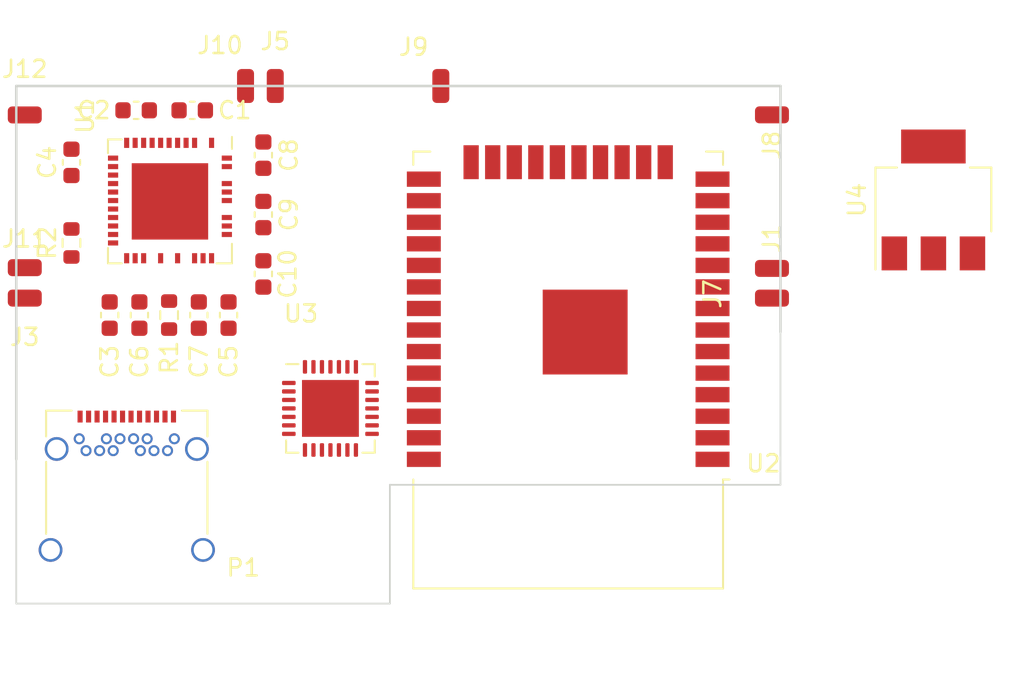
<source format=kicad_pcb>
(kicad_pcb (version 20211014) (generator pcbnew)
  (layers (0 "F.Cu" signal) (1 "In1.Cu" signal) (2 "In2.Cu" signal) (31 "B.Cu" signal) (34 "B.Paste" user) (35 "F.Paste" user) (36 "B.SilkS" user "B.Silkscreen") (37 "F.SilkS" user "F.Silkscreen") (38 "B.Mask" user) (39 "F.Mask" user) (44 "Edge.Cuts" user))
  (net 0 "")
  (net 1 "/12VOUT")
  (net 2 "GND")
  (net 3 "/5VOUT")
  (net 4 "/VSA")
  (net 5 "/+VCC_IO")
  (net 6 "Net-(C5-Pad1)")
  (net 7 "Net-(C5-Pad2)")
  (net 8 "/+VM")
  (net 9 "/+VCP")
  (net 10 "Net-(R2-Pad2)")
  (net 11 "CU")
  (net 13 "LSW")
  (net 14 "LSV")
  (net 15 "LSU")
  (net 17 "/~{CS_DRIVER}")
  (net 18 "/SPI_SCK")
  (net 19 "/SPI_MOSI")
  (net 20 "/SPI_MISO")
  (net 21 "/UH")
  (net 22 "/UL")
  (net 23 "/VH")
  (net 24 "/VL")
  (net 25 "/WH")
  (net 26 "/WL")
  (net 27 "/SPE")
  (net 28 "/FAULT")
  (net 29 "DRV_EN")
  (net 30 "CW")
  (net 31 "HSW")
  (net 32 "W")
  (net 33 "V")
  (net 34 "HSV")
  (net 35 "CV")
  (net 36 "U")
  (net 37 "HSU")
  (net 38 "Net-(U2-Pad1)")
  (net 76 "Net-(U3-Pad29)")
  (net 106 "Net-(P1-PadA1)")
  (net 109 "Net-(P1-PadA4)")
  (footprint "Connector_Wire:SolderWirePad_1x01_SMD_1x2mm" (layer "F.Cu") (at 134.5 70.5)
    (fp_text reference "J10" (at -1.5 -2.4) (layer "F.SilkS"))
    (fp_text value "Conn_01x01_Male")
    (pad "1" smd roundrect (at 0 0) (size 1 2) (layers "F.Cu" "F.Paste" "F.Mask") (net 14 "LSV"))
  )
  (footprint "Capacitor_SMD:C_0603_1608Metric" (layer "F.Cu") (at 135.55 78.075 90)
    (fp_text reference "C9" (at 0 1.5 90) (layer "F.SilkS"))
    (fp_text value "470nF/16V")
    (fp_line (start -0.14058 -0.51) (end 0.14058 -0.51) (layer "F.SilkS") (width 0.12))
    (fp_line (start -0.14058 0.51) (end 0.14058 0.51) (layer "F.SilkS") (width 0.12))
    (pad "1" smd roundrect locked (at -0.775 0 90) (size 0.9 0.95) (layers "F.Cu" "F.Paste" "F.Mask") (net 33 "V"))
    (pad "2" smd roundrect locked (at 0.775 0 90) (size 0.9 0.95) (layers "F.Cu" "F.Paste" "F.Mask") (net 35 "CV"))
  )
  (footprint "RF_Module:ESP32-WROOM-32" (layer "F.Cu") (at 153.5 84.245 180)
    (fp_text reference "U2" (at -11.5 -8.5) (layer "F.SilkS"))
    (fp_text value "ESP32-WROOM-32D")
    (fp_line (start -9.12 -15.865) (end 9.12 -15.865) (layer "F.SilkS") (width 0.12))
    (fp_line (start -9.12 9.88) (end -8.12 9.88) (layer "F.SilkS") (width 0.12))
    (fp_line (start 9.12 9.1) (end 9.12 9.88) (layer "F.SilkS") (width 0.12))
    (fp_line (start -9.12 9.1) (end -9.12 9.88) (layer "F.SilkS") (width 0.12))
    (fp_line (start -9.12 -15.865) (end -9.12 -9.445) (layer "F.SilkS") (width 0.12))
    (fp_line (start 9.12 9.88) (end 8.12 9.88) (layer "F.SilkS") (width 0.12))
    (fp_line (start 9.12 -15.865) (end 9.12 -9.445) (layer "F.SilkS") (width 0.12))
    (fp_line (start -9.12 -9.445) (end -9.5 -9.445) (layer "F.SilkS") (width 0.12))
    (pad "1" smd rect (at -8.5 -8.255 180) (size 2 0.9) (layers "F.Cu" "F.Paste" "F.Mask") (net 38 "Net-(U2-Pad1)"))
    (pad "2" smd rect (at -8.5 -6.985 180) (size 2 0.9) (layers "F.Cu" "F.Paste" "F.Mask"))
    (pad "3" smd rect (at -8.5 -5.715 180) (size 2 0.9) (layers "F.Cu" "F.Paste" "F.Mask"))
    (pad "4" smd rect (at -8.5 -4.445 180) (size 2 0.9) (layers "F.Cu" "F.Paste" "F.Mask"))
    (pad "5" smd rect (at -8.5 -3.175 180) (size 2 0.9) (layers "F.Cu" "F.Paste" "F.Mask"))
    (pad "6" smd rect (at -8.5 -1.905 180) (size 2 0.9) (layers "F.Cu" "F.Paste" "F.Mask"))
    (pad "7" smd rect (at -8.5 -0.635 180) (size 2 0.9) (layers "F.Cu" "F.Paste" "F.Mask"))
    (pad "8" smd rect (at -8.5 0.635 180) (size 2 0.9) (layers "F.Cu" "F.Paste" "F.Mask"))
    (pad "9" smd rect (at -8.5 1.905 180) (size 2 0.9) (layers "F.Cu" "F.Paste" "F.Mask"))
    (pad "10" smd rect (at -8.5 3.175 180) (size 2 0.9) (layers "F.Cu" "F.Paste" "F.Mask"))
    (pad "11" smd rect (at -8.5 4.445 180) (size 2 0.9) (layers "F.Cu" "F.Paste" "F.Mask"))
    (pad "12" smd rect (at -8.5 5.715 180) (size 2 0.9) (layers "F.Cu" "F.Paste" "F.Mask"))
    (pad "13" smd rect (at -8.5 6.985 180) (size 2 0.9) (layers "F.Cu" "F.Paste" "F.Mask"))
    (pad "14" smd rect (at -8.5 8.255 180) (size 2 0.9) (layers "F.Cu" "F.Paste" "F.Mask"))
    (pad "15" smd rect (at -5.715 9.255 270) (size 2 0.9) (layers "F.Cu" "F.Paste" "F.Mask") (net 38 "Net-(U2-Pad1)"))
    (pad "16" smd rect (at -4.445 9.255 270) (size 2 0.9) (layers "F.Cu" "F.Paste" "F.Mask"))
    (pad "17" smd rect (at -3.175 9.255 270) (size 2 0.9) (layers "F.Cu" "F.Paste" "F.Mask"))
    (pad "18" smd rect (at -1.905 9.255 270) (size 2 0.9) (layers "F.Cu" "F.Paste" "F.Mask"))
    (pad "19" smd rect (at -0.635 9.255 270) (size 2 0.9) (layers "F.Cu" "F.Paste" "F.Mask"))
    (pad "20" smd rect (at 0.635 9.255 270) (size 2 0.9) (layers "F.Cu" "F.Paste" "F.Mask"))
    (pad "21" smd rect (at 1.905 9.255 270) (size 2 0.9) (layers "F.Cu" "F.Paste" "F.Mask"))
    (pad "22" smd rect (at 3.175 9.255 270) (size 2 0.9) (layers "F.Cu" "F.Paste" "F.Mask"))
    (pad "23" smd rect (at 4.445 9.255 270) (size 2 0.9) (layers "F.Cu" "F.Paste" "F.Mask"))
    (pad "24" smd rect (at 5.715 9.255 270) (size 2 0.9) (layers "F.Cu" "F.Paste" "F.Mask"))
    (pad "25" smd rect (at 8.5 8.255 180) (size 2 0.9) (layers "F.Cu" "F.Paste" "F.Mask"))
    (pad "26" smd rect (at 8.5 6.985 180) (size 2 0.9) (layers "F.Cu" "F.Paste" "F.Mask"))
    (pad "27" smd rect (at 8.5 5.715 180) (size 2 0.9) (layers "F.Cu" "F.Paste" "F.Mask"))
    (pad "28" smd rect (at 8.5 4.445 180) (size 2 0.9) (layers "F.Cu" "F.Paste" "F.Mask"))
    (pad "29" smd rect (at 8.5 3.175 180) (size 2 0.9) (layers "F.Cu" "F.Paste" "F.Mask"))
    (pad "30" smd rect (at 8.5 1.905 180) (size 2 0.9) (layers "F.Cu" "F.Paste" "F.Mask"))
    (pad "31" smd rect (at 8.5 0.635 180) (size 2 0.9) (layers "F.Cu" "F.Paste" "F.Mask"))
    (pad "32" smd rect (at 8.5 -0.635 180) (size 2 0.9) (layers "F.Cu" "F.Paste" "F.Mask"))
    (pad "33" smd rect (at 8.5 -1.905 180) (size 2 0.9) (layers "F.Cu" "F.Paste" "F.Mask"))
    (pad "34" smd rect (at 8.5 -3.175 180) (size 2 0.9) (layers "F.Cu" "F.Paste" "F.Mask"))
    (pad "35" smd rect (at 8.5 -4.445 180) (size 2 0.9) (layers "F.Cu" "F.Paste" "F.Mask"))
    (pad "36" smd rect (at 8.5 -5.715 180) (size 2 0.9) (layers "F.Cu" "F.Paste" "F.Mask"))
    (pad "37" smd rect (at 8.5 -6.985 180) (size 2 0.9) (layers "F.Cu" "F.Paste" "F.Mask"))
    (pad "38" smd rect (at 8.5 -8.255 180) (size 2 0.9) (layers "F.Cu" "F.Paste" "F.Mask") (net 38 "Net-(U2-Pad1)"))
    (pad "39" smd rect (at -1 -0.755 180) (size 5 5) (layers "F.Cu" "F.Paste" "F.Mask") (net 38 "Net-(U2-Pad1)"))
  )
  (footprint "Capacitor_SMD:C_0603_1608Metric" (layer "F.Cu") (at 128.25 84 -90)
    (fp_text reference "C6" (at 2.75 0 90) (layer "F.SilkS"))
    (fp_text value "C_Small")
    (fp_line (start -0.14058 -0.51) (end 0.14058 -0.51) (layer "F.SilkS") (width 0.12))
    (fp_line (start -0.14058 0.51) (end 0.14058 0.51) (layer "F.SilkS") (width 0.12))
    (pad "1" smd roundrect (at -0.775 0 270) (size 0.9 0.95) (layers "F.Cu" "F.Paste" "F.Mask") (net 8 "/+VM"))
    (pad "2" smd roundrect (at 0.775 0 270) (size 0.9 0.95) (layers "F.Cu" "F.Paste" "F.Mask") (net 2 "GND"))
  )
  (footprint "Connector_Wire:SolderWirePad_1x01_SMD_1x2mm" (layer "F.Cu") (at 165.5 83 -90)
    (fp_text reference "J7" (at -0.25 3.5 90) (layer "F.SilkS"))
    (fp_text value "Conn_01x01_Male")
    (pad "1" smd roundrect (at 0 0 270) (size 1 2) (layers "F.Cu" "F.Paste" "F.Mask") (net 31 "HSW"))
  )
  (footprint "Connector_USB:USB_C_Receptacle_Amphenol_12401548E4-2A_CircularHoles" (layer "F.Cu") (at 127.508 95)
    (fp_text reference "P1" (at 6.858 3.886) (layer "F.SilkS"))
    (fp_text value "USB_C_Plug")
    (fp_line (start 4.75 -5.37) (end 4.75 -3.85) (layer "F.SilkS") (width 0.12))
    (fp_line (start 3.25 -5.37) (end 4.75 -5.37) (layer "F.SilkS") (width 0.12))
    (fp_line (start -4.75 -2.35) (end -4.75 1.89) (layer "F.SilkS") (width 0.12))
    (fp_line (start -4.75 -5.37) (end -4.75 -3.85) (layer "F.SilkS") (width 0.12))
    (fp_line (start -4.75 -5.37) (end -3.25 -5.37) (layer "F.SilkS") (width 0.12))
    (fp_line (start 4.75 -2.35) (end 4.75 1.89) (layer "F.SilkS") (width 0.12))
    (pad "" np_thru_hole circle locked (at 3.6 -4.36) (size 0.95 0.95) (drill 0.95) (layers *.Cu *.Mask))
    (pad "" np_thru_hole circle locked (at -3.6 -4.36) (size 0.65 0.65) (drill 0.65) (layers *.Cu *.Mask))
    (pad "A1" smd rect locked (at -2.75 -5.02) (size 0.3 0.7) (layers "F.Cu" "F.Paste" "F.Mask") (net 106 "Net-(P1-PadA1)"))
    (pad "A2" smd rect locked (at -2.25 -5.02) (size 0.3 0.7) (layers "F.Cu" "F.Paste" "F.Mask"))
    (pad "A3" smd rect locked (at -1.75 -5.02) (size 0.3 0.7) (layers "F.Cu" "F.Paste" "F.Mask"))
    (pad "A4" smd rect locked (at -1.25 -5.02) (size 0.3 0.7) (layers "F.Cu" "F.Paste" "F.Mask") (net 109 "Net-(P1-PadA4)"))
    (pad "A5" smd rect locked (at -0.75 -5.02) (size 0.3 0.7) (layers "F.Cu" "F.Paste" "F.Mask"))
    (pad "A6" smd rect locked (at -0.25 -5.02) (size 0.3 0.7) (layers "F.Cu" "F.Paste" "F.Mask"))
    (pad "A7" smd rect locked (at 0.25 -5.02) (size 0.3 0.7) (layers "F.Cu" "F.Paste" "F.Mask"))
    (pad "A8" smd rect locked (at 0.75 -5.02) (size 0.3 0.7) (layers "F.Cu" "F.Paste" "F.Mask"))
    (pad "A9" smd rect locked (at 1.25 -5.02) (size 0.3 0.7) (layers "F.Cu" "F.Paste" "F.Mask") (net 109 "Net-(P1-PadA4)"))
    (pad "A10" smd rect locked (at 1.75 -5.02) (size 0.3 0.7) (layers "F.Cu" "F.Paste" "F.Mask"))
    (pad "A11" smd rect locked (at 2.25 -5.02) (size 0.3 0.7) (layers "F.Cu" "F.Paste" "F.Mask"))
    (pad "A12" smd rect locked (at 2.75 -5.02) (size 0.3 0.7) (layers "F.Cu" "F.Paste" "F.Mask") (net 106 "Net-(P1-PadA1)"))
    (pad "B1" thru_hole circle locked (at 2.8 -3.71) (size 0.65 0.65) (drill 0.4) (layers *.Cu *.Mask) (net 106 "Net-(P1-PadA1)"))
    (pad "B2" thru_hole circle locked (at 2.4 -3.01) (size 0.65 0.65) (drill 0.4) (layers *.Cu *.Mask))
    (pad "B3" thru_hole circle locked (at 1.6 -3.01) (size 0.65 0.65) (drill 0.4) (layers *.Cu *.Mask))
    (pad "B4" thru_hole circle locked (at 1.2 -3.71) (size 0.65 0.65) (drill 0.4) (layers *.Cu *.Mask) (net 109 "Net-(P1-PadA4)"))
    (pad "B5" thru_hole circle locked (at 0.8 -3.01) (size 0.65 0.65) (drill 0.4) (layers *.Cu *.Mask))
    (pad "B6" thru_hole circle locked (at 0.4 -3.71) (size 0.65 0.65) (drill 0.4) (layers *.Cu *.Mask))
    (pad "B7" thru_hole circle locked (at -0.4 -3.71) (size 0.65 0.65) (drill 0.4) (layers *.Cu *.Mask))
    (pad "B8" thru_hole circle locked (at -0.8 -3.01) (size 0.65 0.65) (drill 0.4) (layers *.Cu *.Mask))
    (pad "B9" thru_hole circle locked (at -1.2 -3.71) (size 0.65 0.65) (drill 0.4) (layers *.Cu *.Mask) (net 109 "Net-(P1-PadA4)"))
    (pad "B10" thru_hole circle locked (at -1.6 -3.01) (size 0.65 0.65) (drill 0.4) (layers *.Cu *.Mask))
    (pad "B11" thru_hole circle locked (at -2.4 -3.01) (size 0.65 0.65) (drill 0.4) (layers *.Cu *.Mask))
    (pad "B12" thru_hole circle locked (at -2.8 -3.71) (size 0.65 0.65) (drill 0.4) (layers *.Cu *.Mask) (net 106 "Net-(P1-PadA1)"))
    (pad "S1" thru_hole circle locked (at -4.13 -3.11) (size 1.4 1.4) (drill 1.1) (layers *.Cu *.Mask))
    (pad "S1" thru_hole circle locked (at 4.49 2.84) (size 1.4 1.4) (drill 1.1) (layers *.Cu *.Mask))
    (pad "S1" thru_hole circle locked (at -4.49 2.84) (size 1.4 1.4) (drill 1.1) (layers *.Cu *.Mask))
    (pad "S1" thru_hole circle locked (at 4.13 -3.11) (size 1.4 1.4) (drill 1.1) (layers *.Cu *.Mask))
  )
  (footprint "Capacitor_SMD:C_0603_1608Metric" (layer "F.Cu") (at 133.5 84 -90)
    (fp_text reference "C5" (at 2.75 0 90) (layer "F.SilkS"))
    (fp_text value "22nF/100V")
    (fp_line (start -0.14058 0.51) (end 0.14058 0.51) (layer "F.SilkS") (width 0.12))
    (fp_line (start -0.14058 -0.51) (end 0.14058 -0.51) (layer "F.SilkS") (width 0.12))
    (pad "1" smd roundrect (at -0.775 0 270) (size 0.9 0.95) (layers "F.Cu" "F.Paste" "F.Mask") (net 6 "Net-(C5-Pad1)"))
    (pad "2" smd roundrect (at 0.775 0 270) (size 0.9 0.95) (layers "F.Cu" "F.Paste" "F.Mask") (net 7 "Net-(C5-Pad2)"))
  )
  (footprint "Connector_Wire:SolderWirePad_1x01_SMD_1x2mm" (layer "F.Cu") (at 136.25 70.5 180)
    (fp_text reference "J5" (at 0 2.635) (layer "F.SilkS"))
    (fp_text value "Conn_01x01_Male")
    (pad "1" smd roundrect (at 0 0 180) (size 1 2) (layers "F.Cu" "F.Paste" "F.Mask") (net 33 "V"))
  )
  (footprint "Connector_Wire:SolderWirePad_1x01_SMD_1x2mm" (layer "F.Cu") (at 121.5 72.206 90)
    (fp_text reference "J12" (at 2.706 0 180) (layer "F.SilkS"))
    (fp_text value "Conn_01x01_Male")
    (pad "1" smd roundrect (at 0 0 90) (size 1 2) (layers "F.Cu" "F.Paste" "F.Mask") (net 15 "LSU"))
  )
  (footprint "Package_DFN_QFN:QFN-28-1EP_5x5mm_P0.5mm_EP3.35x3.35mm" (layer "F.Cu") (at 139.5 89.5)
    (fp_text reference "U3" (at -1.734 -5.584) (layer "F.SilkS"))
    (fp_text value "CP2102N-Axx-xQFN28")
    (fp_line (start 2.61 -2.61) (end 2.61 -1.885) (layer "F.SilkS") (width 0.12))
    (fp_line (start -1.885 2.61) (end -2.61 2.61) (layer "F.SilkS") (width 0.12))
    (fp_line (start -1.885 -2.61) (end -2.61 -2.61) (layer "F.SilkS") (width 0.12))
    (fp_line (start 2.61 2.61) (end 2.61 1.885) (layer "F.SilkS") (width 0.12))
    (fp_line (start 1.885 2.61) (end 2.61 2.61) (layer "F.SilkS") (width 0.12))
    (fp_line (start 1.885 -2.61) (end 2.61 -2.61) (layer "F.SilkS") (width 0.12))
    (fp_line (start -2.61 2.61) (end -2.61 1.885) (layer "F.SilkS") (width 0.12))
    (pad "1" smd roundrect locked (at -2.45 -1.5) (size 0.8 0.25) (layers "F.Cu" "F.Paste" "F.Mask"))
    (pad "2" smd roundrect locked (at -2.45 -1) (size 0.8 0.25) (layers "F.Cu" "F.Paste" "F.Mask"))
    (pad "3" smd roundrect locked (at -2.45 -0.5) (size 0.8 0.25) (layers "F.Cu" "F.Paste" "F.Mask") (net 76 "Net-(U3-Pad29)"))
    (pad "4" smd roundrect locked (at -2.45 0) (size 0.8 0.25) (layers "F.Cu" "F.Paste" "F.Mask"))
    (pad "5" smd roundrect locked (at -2.45 0.5) (size 0.8 0.25) (layers "F.Cu" "F.Paste" "F.Mask"))
    (pad "6" smd roundrect locked (at -2.45 1) (size 0.8 0.25) (layers "F.Cu" "F.Paste" "F.Mask"))
    (pad "7" smd roundrect locked (at -2.45 1.5) (size 0.8 0.25) (layers "F.Cu" "F.Paste" "F.Mask"))
    (pad "8" smd roundrect locked (at -1.5 2.45) (size 0.25 0.8) (layers "F.Cu" "F.Paste" "F.Mask"))
    (pad "9" smd roundrect locked (at -1 2.45) (size 0.25 0.8) (layers "F.Cu" "F.Paste" "F.Mask"))
    (pad "10" smd roundrect locked (at -0.5 2.45) (size 0.25 0.8) (layers "F.Cu" "F.Paste" "F.Mask"))
    (pad "11" smd roundrect locked (at 0 2.45) (size 0.25 0.8) (layers "F.Cu" "F.Paste" "F.Mask"))
    (pad "12" smd roundrect locked (at 0.5 2.45) (size 0.25 0.8) (layers "F.Cu" "F.Paste" "F.Mask"))
    (pad "13" smd roundrect locked (at 1 2.45) (size 0.25 0.8) (layers "F.Cu" "F.Paste" "F.Mask"))
    (pad "14" smd roundrect locked (at 1.5 2.45) (size 0.25 0.8) (layers "F.Cu" "F.Paste" "F.Mask"))
    (pad "15" smd roundrect locked (at 2.45 1.5) (size 0.8 0.25) (layers "F.Cu" "F.Paste" "F.Mask"))
    (pad "16" smd roundrect locked (at 2.45 1) (size 0.8 0.25) (layers "F.Cu" "F.Paste" "F.Mask"))
    (pad "17" smd roundrect locked (at 2.45 0.5) (size 0.8 0.25) (layers "F.Cu" "F.Paste" "F.Mask"))
    (pad "18" smd roundrect locked (at 2.45 0) (size 0.8 0.25) (layers "F.Cu" "F.Paste" "F.Mask"))
    (pad "19" smd roundrect locked (at 2.45 -0.5) (size 0.8 0.25) (layers "F.Cu" "F.Paste" "F.Mask"))
    (pad "20" smd roundrect locked (at 2.45 -1) (size 0.8 0.25) (layers "F.Cu" "F.Paste" "F.Mask"))
    (pad "21" smd roundrect locked (at 2.45 -1.5) (size 0.8 0.25) (layers "F.Cu" "F.Paste" "F.Mask"))
    (pad "22" smd roundrect locked (at 1.5 -2.45) (size 0.25 0.8) (layers "F.Cu" "F.Paste" "F.Mask"))
    (pad "23" smd roundrect locked (at 1 -2.45) (size 0.25 0.8) (layers "F.Cu" "F.Paste" "F.Mask"))
    (pad "24" smd roundrect locked (at 0.5 -2.45) (size 0.25 0.8) (layers "F.Cu" "F.Paste" "F.Mask"))
    (pad "25" smd roundrect locked (at 0 -2.45) (size 0.25 0.8) (layers "F.Cu" "F.Paste" "F.Mask"))
    (pad "26" smd roundrect locked (at -0.5 -2.45) (size 0.25 0.8) (layers "F.Cu" "F.Paste" "F.Mask"))
    (pad "27" smd roundrect locked (at -1 -2.45) (size 0.25 0.8) (layers "F.Cu" "F.Paste" "F.Mask"))
    (pad "28" smd roundrect locked (at -1.5 -2.45) (size 0.25 0.8) (layers "F.Cu" "F.Paste" "F.Mask"))
    (pad "29" smd rect locked (at 0 0) (size 3.35 3.35) (layers "F.Cu" "F.Mask") (net 76 "Net-(U3-Pad29)"))
  )
  (footprint "Capacitor_SMD:C_0603_1608Metric" (layer "F.Cu") (at 126.5 84 -90)
    (fp_text reference "C3" (at 2.75 0 90) (layer "F.SilkS"))
    (fp_text value "100nF/100V")
    (fp_line (start -0.14058 -0.51) (end 0.14058 -0.51) (layer "F.SilkS") (width 0.12))
    (fp_line (start -0.14058 0.51) (end 0.14058 0.51) (layer "F.SilkS") (width 0.12))
    (pad "1" smd roundrect (at -0.775 0 270) (size 0.9 0.95) (layers "F.Cu" "F.Paste" "F.Mask") (net 4 "/VSA"))
    (pad "2" smd roundrect (at 0.775 0 270) (size 0.9 0.95) (layers "F.Cu" "F.Paste" "F.Mask") (net 2 "GND"))
  )
  (footprint "Capacitor_SMD:C_0603_1608Metric" (layer "F.Cu") (at 128.06 71.934 180)
    (fp_text reference "C2" (at 2.5 0) (layer "F.SilkS"))
    (fp_text value "2.2uF/50V")
    (fp_line (start -0.14058 -0.51) (end 0.14058 -0.51) (layer "F.SilkS") (width 0.12))
    (fp_line (start -0.14058 0.51) (end 0.14058 0.51) (layer "F.SilkS") (width 0.12))
    (pad "1" smd roundrect (at -0.775 0 180) (size 0.9 0.95) (layers "F.Cu" "F.Paste" "F.Mask") (net 3 "/5VOUT"))
    (pad "2" smd roundrect (at 0.775 0 180) (size 0.9 0.95) (layers "F.Cu" "F.Paste" "F.Mask") (net 2 "GND"))
  )
  (footprint "Capacitor_SMD:C_0603_1608Metric" (layer "F.Cu") (at 124.25 75 90)
    (fp_text reference "C4" (at 0 -1.43 90) (layer "F.SilkS"))
    (fp_text value "100nF/50V")
    (fp_line (start -0.14058 0.51) (end 0.14058 0.51) (layer "F.SilkS") (width 0.12))
    (fp_line (start -0.14058 -0.51) (end 0.14058 -0.51) (layer "F.SilkS") (width 0.12))
    (pad "1" smd roundrect (at -0.775 0 90) (size 0.9 0.95) (layers "F.Cu" "F.Paste" "F.Mask") (net 5 "/+VCC_IO"))
    (pad "2" smd roundrect (at 0.775 0 90) (size 0.9 0.95) (layers "F.Cu" "F.Paste" "F.Mask") (net 2 "GND"))
  )
  (footprint "Connector_Wire:SolderWirePad_1x01_SMD_1x2mm" (layer "F.Cu") (at 165.5 81.25 -90)
    (fp_text reference "J1" (at -1.75 0 90) (layer "F.SilkS"))
    (fp_text value "Conn_01x01_Male")
    (pad "1" smd roundrect (at 0 0 270) (size 1 2) (layers "F.Cu" "F.Paste" "F.Mask") (net 32 "W"))
  )
  (footprint "Capacitor_SMD:C_0603_1608Metric" (layer "F.Cu") (at 135.55 74.575 90)
    (fp_text reference "C8" (at 0 1.5 90) (layer "F.SilkS"))
    (fp_text value "470nF/16V")
    (fp_line (start -0.14058 0.51) (end 0.14058 0.51) (layer "F.SilkS") (width 0.12))
    (fp_line (start -0.14058 -0.51) (end 0.14058 -0.51) (layer "F.SilkS") (width 0.12))
    (pad "1" smd roundrect locked (at -0.775 0 90) (size 0.9 0.95) (layers "F.Cu" "F.Paste" "F.Mask") (net 36 "U"))
    (pad "2" smd roundrect locked (at 0.775 0 90) (size 0.9 0.95) (layers "F.Cu" "F.Paste" "F.Mask") (net 11 "CU"))
  )
  (footprint "Connector_Wire:SolderWirePad_1x01_SMD_1x2mm" (layer "F.Cu") (at 121.5 81.206 90)
    (fp_text reference "J11" (at 1.706 0 180) (layer "F.SilkS"))
    (fp_text value "Conn_01x01_Male")
    (pad "1" smd roundrect (at 0 0 90) (size 1 2) (layers "F.Cu" "F.Paste" "F.Mask") (net 37 "HSU"))
  )
  (footprint "Capacitor_SMD:C_0603_1608Metric" (layer "F.Cu") (at 131.362 71.934)
    (fp_text reference "C1" (at 2.5 0) (layer "F.SilkS"))
    (fp_text value "2.2uF/50V")
    (fp_line (start -0.14058 0.51) (end 0.14058 0.51) (layer "F.SilkS") (width 0.12))
    (fp_line (start -0.14058 -0.51) (end 0.14058 -0.51) (layer "F.SilkS") (width 0.12))
    (pad "1" smd roundrect (at -0.775 0) (size 0.9 0.95) (layers "F.Cu" "F.Paste" "F.Mask") (net 1 "/12VOUT"))
    (pad "2" smd roundrect (at 0.775 0) (size 0.9 0.95) (layers "F.Cu" "F.Paste" "F.Mask") (net 2 "GND"))
  )
  (footprint "SiFOCR:TMC6100" (layer "F.Cu") (at 130 77.25 -90)
    (fp_text reference "U1" (at -4.95 4.95 90 unlocked) (layer "F.SilkS"))
    (fp_text value "TMC6100")
    (fp_line (start 3.7 3.6) (end 3.7 2.794) (layer "F.SilkS") (width 0.12))
    (fp_line (start 2.794 3.6) (end 3.7 3.6) (layer "F.SilkS") (width 0.12))
    (fp_line (start -3.6 3.6) (end -3.6 2.794) (layer "F.SilkS") (width 0.12))
    (fp_line (start 3.7 -3.7) (end 3.7 -2.794) (layer "F.SilkS") (width 0.12))
    (fp_line (start -2.794 3.6) (end -3.6 3.6) (layer "F.SilkS") (width 0.12))
    (fp_line (start -3.048 -3.7) (end -3.75 -3.7) (layer "F.SilkS") (width 0.12))
    (fp_line (start 2.55 -3.7) (end 3.7 -3.7) (layer "F.SilkS") (width 0.12))
    (pad "1" smd rect (at -3.4 -2.5) (size 0.3 0.6) (layers "F.Cu" "F.Paste" "F.Mask") (net 11 "CU"))
    (pad "2" smd rect (at -3.4 -1.5) (size 0.3 0.6) (layers "F.Cu" "F.Paste" "F.Mask"))
    (pad "3" smd rect (at -3.4 -1) (size 0.3 0.6) (layers "F.Cu" "F.Paste" "F.Mask") (net 13 "LSW"))
    (pad "4" smd rect (at -3.4 -0.5) (size 0.3 0.6) (layers "F.Cu" "F.Paste" "F.Mask") (net 14 "LSV"))
    (pad "5" smd rect (at -3.4 0) (size 0.3 0.6) (layers "F.Cu" "F.Paste" "F.Mask") (net 15 "LSU"))
    (pad "6" smd rect (at -3.4 0.5) (size 0.3 0.6) (layers "F.Cu" "F.Paste" "F.Mask") (net 1 "/12VOUT"))
    (pad "7" smd rect (at -3.4 1) (size 0.3 0.6) (layers "F.Cu" "F.Paste" "F.Mask") (net 3 "/5VOUT"))
    (pad "8" smd rect (at -3.4 1.5) (size 0.3 0.6) (layers "F.Cu" "F.Paste" "F.Mask") (net 2 "GND"))
    (pad "9" smd rect (at -3.4 2) (size 0.3 0.6) (layers "F.Cu" "F.Paste" "F.Mask"))
    (pad "10" smd rect (at -3.4 2.5 180) (size 0.3 0.6) (layers "F.Cu" "F.Paste" "F.Mask") (net 17 "/~{CS_DRIVER}"))
    (pad "11" smd rect (at -2.5 3.3 270) (size 0.3 0.6) (layers "F.Cu" "F.Paste" "F.Mask") (net 18 "/SPI_SCK"))
    (pad "12" smd rect (at -2 3.3 270) (size 0.3 0.6) (layers "F.Cu" "F.Paste" "F.Mask") (net 19 "/SPI_MOSI"))
    (pad "13" smd rect (at -1.5 3.3 270) (size 0.3 0.6) (layers "F.Cu" "F.Paste" "F.Mask") (net 20 "/SPI_MISO"))
    (pad "14" smd rect (at -1 3.3 270) (size 0.3 0.6) (layers "F.Cu" "F.Paste" "F.Mask") (net 21 "/UH"))
    (pad "15" smd rect (at -0.5 3.3 270) (size 0.3 0.6) (layers "F.Cu" "F.Paste" "F.Mask") (net 22 "/UL"))
    (pad "16" smd rect (at 0 3.3 270) (size 0.3 0.6) (layers "F.Cu" "F.Paste" "F.Mask") (net 5 "/+VCC_IO"))
    (pad "17" smd rect (at 0.5 3.3 270) (size 0.3 0.6) (layers "F.Cu" "F.Paste" "F.Mask") (net 23 "/VH"))
    (pad "18" smd rect (at 1 3.3 270) (size 0.3 0.6) (layers "F.Cu" "F.Paste" "F.Mask") (net 24 "/VL"))
    (pad "19" smd rect (at 1.5 3.3 270) (size 0.3 0.6) (layers "F.Cu" "F.Paste" "F.Mask") (net 25 "/WH"))
    (pad "20" smd rect (at 2 3.3 270) (size 0.3 0.6) (layers "F.Cu" "F.Paste" "F.Mask") (net 26 "/WL"))
    (pad "21" smd rect (at 2.5 3.3 270) (size 0.3 0.6) (layers "F.Cu" "F.Paste" "F.Mask") (net 10 "Net-(R2-Pad2)"))
    (pad "22" smd rect (at 3.4 2.5) (size 0.3 0.6) (layers "F.Cu" "F.Paste" "F.Mask") (net 27 "/SPE"))
    (pad "23" smd rect (at 3.4 2) (size 0.3 0.6) (layers "F.Cu" "F.Paste" "F.Mask") (net 28 "/FAULT"))
    (pad "24" smd rect (at 3.4 1.5) (size 0.3 0.6) (layers "F.Cu" "F.Paste" "F.Mask") (net 29 "DRV_EN"))
    (pad "25" smd rect (at 3.4 0.5) (size 0.3 0.6) (layers "F.Cu" "F.Paste" "F.Mask") (net 4 "/VSA"))
    (pad "26" smd rect (at 3.4 -0.5) (size 0.3 0.6) (layers "F.Cu" "F.Paste" "F.Mask") (net 7 "Net-(C5-Pad2)"))
    (pad "27" smd rect (at 3.4 -1.5) (size 0.3 0.6) (layers "F.Cu" "F.Paste" "F.Mask") (net 6 "Net-(C5-Pad1)"))
    (pad "28" smd rect (at 3.4 -2 180) (size 0.3 0.6) (layers "F.Cu" "F.Paste" "F.Mask") (net 8 "/+VM"))
    (pad "29" smd rect (at 3.4 -2.5 180) (size 0.3 0.6) (layers "F.Cu" "F.Paste" "F.Mask") (net 9 "/+VCP"))
    (pad "30" smd rect (at 2 -3.4 270) (size 0.3 0.6) (layers "F.Cu" "F.Paste" "F.Mask") (net 30 "CW"))
    (pad "31" smd rect (at 1.5 -3.4 270) (size 0.3 0.6) (layers "F.Cu" "F.Paste" "F.Mask") (net 31 "HSW"))
    (pad "32" smd rect (at 1 -3.4 270) (size 0.3 0.6) (layers "F.Cu" "F.Paste" "F.Mask") (net 32 "W"))
    (pad "33" smd rect (at 0 -3.4 270) (size 0.3 0.6) (layers "F.Cu" "F.Paste" "F.Mask") (net 33 "V"))
    (pad "34" smd rect (at -0.5 -3.4 270) (size 0.3 0.6) (layers "F.Cu" "F.Paste" "F.Mask") (net 34 "HSV"))
    (pad "35" smd rect (at -1 -3.4 270) (size 0.3 0.6) (layers "F.Cu" "F.Paste" "F.Mask") (net 35 "CV"))
    (pad "36" smd rect (at -2 -3.4 270) (size 0.3 0.6) (layers "F.Cu" "F.Paste" "F.Mask") (net 36 "U"))
    (pad "37" smd rect (at -2.5 -3.4 270) (size 0.3 0.6) (layers "F.Cu" "F.Paste" "F.Mask") (net 37 "HSU"))
    (pad "PAD" smd rect (at 0.05 -0.05 270) (size 4.5 4.5) (layers "F.Cu" "F.Paste" "F.Mask") (net 2 "GND"))
  )
  (footprint "Connector_Wire:SolderWirePad_1x01_SMD_1x2mm" (layer "F.Cu") (at 121.5 83 90)
    (fp_text reference "J3" (at -2.294 0 180) (layer "F.SilkS"))
    (fp_text value "Conn_01x01_Male")
    (pad "1" smd roundrect (at 0 0 90) (size 1 2) (layers "F.Cu" "F.Paste" "F.Mask") (net 36 "U"))
  )
  (footprint "Connector_Wire:SolderWirePad_1x01_SMD_1x2mm" (layer "F.Cu") (at 165.5 72.2 90)
    (fp_text reference "J8" (at -1.8 0 90) (layer "F.SilkS"))
    (fp_text value "Conn_01x01_Male")
    (pad "1" smd roundrect (at 0 0 90) (size 1 2) (layers "F.Cu" "F.Paste" "F.Mask") (net 13 "LSW"))
  )
  (footprint "Capacitor_SMD:C_0603_1608Metric" (layer "F.Cu") (at 135.55 81.575 -90)
    (fp_text reference "C10" (at 0 -1.43 90) (layer "F.SilkS"))
    (fp_text value "470nF/16V")
    (fp_line (start -0.14058 0.51) (end 0.14058 0.51) (layer "F.SilkS") (width 0.12))
    (fp_line (start -0.14058 -0.51) (end 0.14058 -0.51) (layer "F.SilkS") (width 0.12))
    (pad "1" smd roundrect locked (at -0.775 0 270) (size 0.9 0.95) (layers "F.Cu" "F.Paste" "F.Mask") (net 32 "W"))
    (pad "2" smd roundrect locked (at 0.775 0 270) (size 0.9 0.95) (layers "F.Cu" "F.Paste" "F.Mask") (net 30 "CW"))
  )
  (footprint "Resistor_SMD:R_0603_1608Metric" (layer "F.Cu") (at 124.25 79.75 90)
    (fp_text reference "R2" (at 0 -1.43 90) (layer "F.SilkS"))
    (fp_text value "R_Small_US")
    (fp_line (start -0.237258 -0.5225) (end 0.237258 -0.5225) (layer "F.SilkS") (width 0.12))
    (fp_line (start -0.237258 0.5225) (end 0.237258 0.5225) (layer "F.SilkS") (width 0.12))
    (pad "1" smd roundrect (at -0.825 0 90) (size 0.8 0.95) (layers "F.Cu" "F.Paste" "F.Mask") (net 2 "GND"))
    (pad "2" smd roundrect (at 0.825 0 90) (size 0.8 0.95) (layers "F.Cu" "F.Paste" "F.Mask") (net 10 "Net-(R2-Pad2)"))
  )
  (footprint "Connector_Wire:SolderWirePad_1x01_SMD_1x2mm" (layer "F.Cu") (at 146 70.5)
    (fp_text reference "J9" (at -1.6 -2.3) (layer "F.SilkS"))
    (fp_text value "Conn_01x01_Male")
    (pad "1" smd roundrect (at 0 0) (size 1 2) (layers "F.Cu" "F.Paste" "F.Mask") (net 34 "HSV"))
  )
  (footprint "Resistor_SMD:R_0603_1608Metric" (layer "F.Cu") (at 130 84 -90)
    (fp_text reference "R1" (at 2.5 0 90) (layer "F.SilkS"))
    (fp_text value "0E")
    (fp_line (start -0.237258 -0.5225) (end 0.237258 -0.5225) (layer "F.SilkS") (width 0.12))
    (fp_line (start -0.237258 0.5225) (end 0.237258 0.5225) (layer "F.SilkS") (width 0.12))
    (pad "1" smd roundrect (at -0.825 0 270) (size 0.8 0.95) (layers "F.Cu" "F.Paste" "F.Mask") (net 4 "/VSA"))
    (pad "2" smd roundrect (at 0.825 0 270) (size 0.8 0.95) (layers "F.Cu" "F.Paste" "F.Mask") (net 8 "/+VM"))
  )
  (footprint "Capacitor_SMD:C_0603_1608Metric" (layer "F.Cu") (at 131.75 84 90)
    (fp_text reference "C7" (at -2.75 0 90) (layer "F.SilkS"))
    (fp_text value "100nF/100V")
    (fp_line (start -0.14058 0.51) (end 0.14058 0.51) (layer "F.SilkS") (width 0.12))
    (fp_line (start -0.14058 -0.51) (end 0.14058 -0.51) (layer "F.SilkS") (width 0.12))
    (pad "1" smd roundrect (at -0.775 0 90) (size 0.9 0.95) (layers "F.Cu" "F.Paste" "F.Mask") (net 8 "/+VM"))
    (pad "2" smd roundrect (at 0.775 0 90) (size 0.9 0.95) (layers "F.Cu" "F.Paste" "F.Mask") (net 9 "/+VCP"))
  )
  (footprint "Package_TO_SOT_SMD:SOT-223-3_TabPin2" (layer "F.Cu") (at 175.006 77.216 90)
    (fp_text reference "U4" (at 0 -4.5 90) (layer "F.SilkS"))
    (fp_text value "AMS1117-3.3")
    (fp_line (start -4.1 -3.41) (end 1.91 -3.41) (layer "F.SilkS") (width 0.12))
    (fp_line (start 1.91 3.41) (end 1.91 2.15) (layer "F.SilkS") (width 0.12))
    (fp_line (start -1.85 3.41) (end 1.91 3.41) (layer "F.SilkS") (width 0.12))
    (fp_line (start 1.91 -3.41) (end 1.91 -2.15) (layer "F.SilkS") (width 0.12))
    (pad "1" smd rect locked (at -3.15 -2.3 90) (size 2 1.5) (layers "F.Cu" "F.Paste" "F.Mask"))
    (pad "2" smd rect locked (at 3.15 0 90) (size 2 3.8) (layers "F.Cu" "F.Paste" "F.Mask"))
    (pad "2" smd rect locked (at -3.15 0 90) (size 2 1.5) (layers "F.Cu" "F.Paste" "F.Mask"))
    (pad "3" smd rect locked (at -3.15 2.3 90) (size 2 1.5) (layers "F.Cu" "F.Paste" "F.Mask"))
  )
  (gr_line (start 143 94) (end 166 94) (layer "Edge.Cuts") (width 0.1))
  (gr_line (start 121 92.5) (end 121 87.006) (layer "Edge.Cuts") (width 0.15))
  (gr_line (start 121 101) (end 121 92.5) (layer "Edge.Cuts") (width 0.1))
  (gr_line (start 166 70.5) (end 121 70.5) (layer "Edge.Cuts") (width 0.15))
  (gr_line (start 166 85) (end 166 85) (layer "Edge.Cuts") (width 0.1))
  (gr_line (start 166 85) (end 166 94) (layer "Edge.Cuts") (width 0.1))
  (gr_line (start 143 101) (end 121 101) (layer "Edge.Cuts") (width 0.1))
  (gr_line (start 121 70.5) (end 121 87.006) (layer "Edge.Cuts") (width 0.15))
  (gr_line (start 166 85) (end 166 70.5) (layer "Edge.Cuts") (width 0.15))
  (gr_line (start 143 101) (end 143 94) (layer "Edge.Cuts") (width 0.1))
)
</source>
